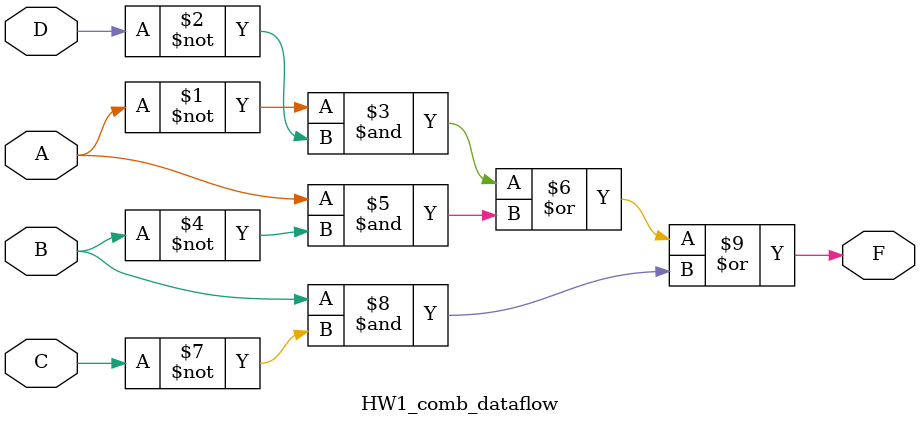
<source format=v>
`timescale 1ns / 1ps


module HW1_comb_dataflow(A,B,C,D,F);
    input A, B, C, D;
    output F;
    assign F = (~A & ~D) |(A & ~B) | (B & ~C);
endmodule

</source>
